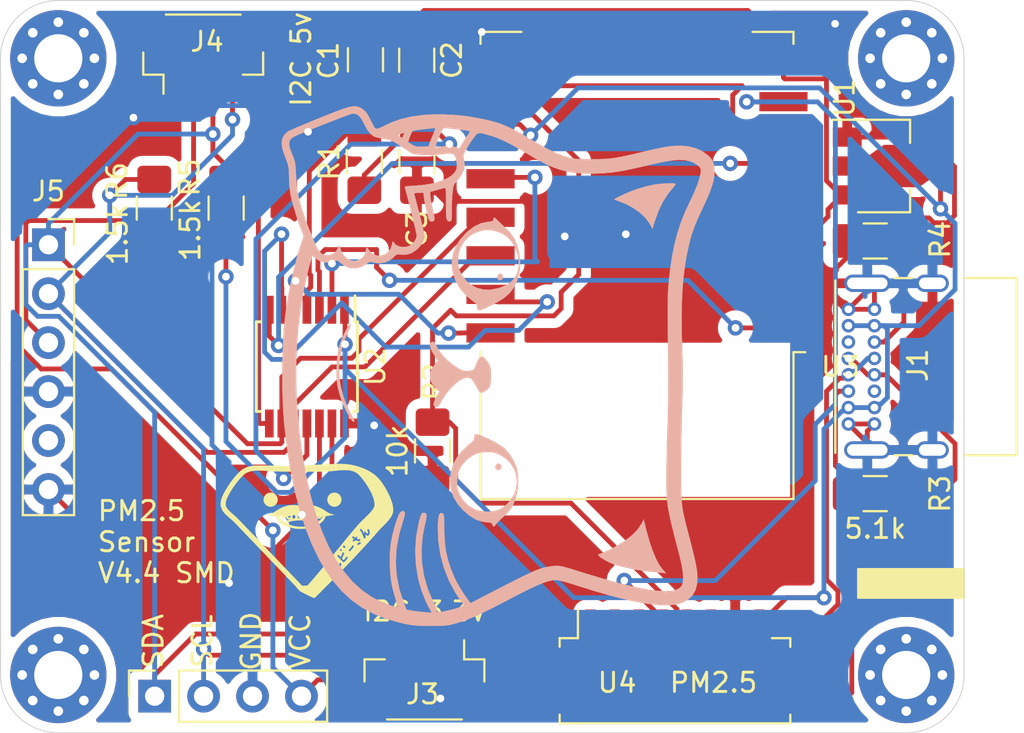
<source format=kicad_pcb>
(kicad_pcb (version 20171130) (host pcbnew "(5.1.5-0-10_14)")
  (title_block (title "PM2.5 / Temp WiFi board") (date 2021-01-16) (rev v04) (comment 2 creativecommons.org/licenses/by/4.0) (comment 3 "License: CC BY 4.0") (comment 4 "Author: Aaron Patterson"))
  (layers (0 F.Cu signal) (31 B.Cu signal) (34 B.Paste user) (35 F.Paste user) (36 B.SilkS user) (37 F.SilkS user) (38 B.Mask user) (39 F.Mask user) (44 Edge.Cuts user))
  (net 0 "")
  (net 1 +5V)
  (net 2 GND)
  (net 3 +3V3)
  (net 4 "Net-(C3-Pad2)")
  (net 5 /D+)
  (net 6 /D-)
  (net 7 /SDA)
  (net 8 /SCL)
  (net 9 "Net-(R1-Pad2)")
  (net 10 /FLASH)
  (net 11 /RST)
  (net 12 "Net-(U2-Pad5)")
  (net 13 "Net-(U2-Pad6)")
  (net 14 "Net-(U3-Pad7)")
  (net 15 "Net-(R2-Pad1)")
  (net 16 "Net-(U2-Pad8)")
  (net 17 "Net-(U2-Pad7)")
  (net 18 /CC1)
  (net 19 /CC2)
  (module artwork:gorby (layer B.Cu) (at 135.86 89.01 90)
    (fp_text reference G*** hide)
    (fp_text value LOGO hide)
  )
  (module artwork:rubysan (layer F.Cu) (at 125.9 97.52)
    (fp_text reference G*** hide)
    (fp_text value LOGO hide)
  )
  (module RF_Module:ESP-12E (layer F.Cu) (at 143.03 83.75 180)
    (fp_text reference U3 (at -10.56 -5.26) (layer F.SilkS))
    (fp_text value ESP-12F)
    (pad 22 smd rect (at 7.6 -3.5 180) (size 2.5 1) (layers F.Cu F.Paste F.Mask) (net 12 "Net-(U2-Pad5)"))
    (pad 21 smd rect (at 7.6 -1.5 180) (size 2.5 1) (layers F.Cu F.Paste F.Mask) (net 13 "Net-(U2-Pad6)"))
    (pad 20 smd rect (at 7.6 0.5 180) (size 2.5 1) (layers F.Cu F.Paste F.Mask) (net 8 /SCL))
    (pad 19 smd rect (at 7.6 2.5 180) (size 2.5 1) (layers F.Cu F.Paste F.Mask) (net 7 /SDA))
    (pad 18 smd rect (at 7.6 4.5 180) (size 2.5 1) (layers F.Cu F.Paste F.Mask) (net 10 /FLASH))
    (pad 17 smd rect (at 7.6 6.5 180) (size 2.5 1) (layers F.Cu F.Paste F.Mask))
    (pad 16 smd rect (at 7.6 8.5 180) (size 2.5 1) (layers F.Cu F.Paste F.Mask) (net 15 "Net-(R2-Pad1)"))
    (pad 15 smd rect (at 7.6 10.5 180) (size 2.5 1) (layers F.Cu F.Paste F.Mask) (net 2 GND))
    (pad 14 smd rect (at 5 12 180) (size 1 1.8) (layers F.Cu F.Paste F.Mask))
    (pad 13 smd rect (at 3 12 180) (size 1 1.8) (layers F.Cu F.Paste F.Mask))
    (pad 12 smd rect (at 1 12 180) (size 1 1.8) (layers F.Cu F.Paste F.Mask))
    (pad 11 smd rect (at -1 12 180) (size 1 1.8) (layers F.Cu F.Paste F.Mask))
    (pad 10 smd rect (at -3 12 180) (size 1 1.8) (layers F.Cu F.Paste F.Mask))
    (pad 9 smd rect (at -5 12 180) (size 1 1.8) (layers F.Cu F.Paste F.Mask))
    (pad 8 smd rect (at -7.6 10.5 180) (size 2.5 1) (layers F.Cu F.Paste F.Mask) (net 3 +3V3))
    (pad 7 smd rect (at -7.6 8.5 180) (size 2.5 1) (layers F.Cu F.Paste F.Mask) (net 14 "Net-(U3-Pad7)"))
    (pad 6 smd rect (at -7.6 6.5 180) (size 2.5 1) (layers F.Cu F.Paste F.Mask) (net 16 "Net-(U2-Pad8)"))
    (pad 5 smd rect (at -7.6 4.5 180) (size 2.5 1) (layers F.Cu F.Paste F.Mask) (net 17 "Net-(U2-Pad7)"))
    (pad 4 smd rect (at -7.6 2.5 180) (size 2.5 1) (layers F.Cu F.Paste F.Mask))
    (pad 3 smd rect (at -7.6 0.5 180) (size 2.5 1) (layers F.Cu F.Paste F.Mask) (net 3 +3V3))
    (pad 2 smd rect (at -7.6 -1.5 180) (size 2.5 1) (layers F.Cu F.Paste F.Mask))
    (pad 1 smd rect (at -7.6 -3.5 180) (size 2.5 1) (layers F.Cu F.Paste F.Mask) (net 11 /RST))
  )
  (module Connector_JST:JST_SH_BM04B-SRSS-TB_1x04-1MP_P1.00mm_Vertical (layer F.Cu) (at 120.52 72.74)
    (fp_text reference J4 (at 0.2 -0.6) (layer F.SilkS))
    (fp_text value "I2C 5v" (at 5.08 0.31 90) (layer F.SilkS))
    (pad MP smd roundrect (at 2.8 -1.2) (size 1.2 1.8) (layers F.Cu F.Paste F.Mask) (roundrect_rratio 0.208333))
    (pad MP smd roundrect (at -2.8 -1.2) (size 1.2 1.8) (layers F.Cu F.Paste F.Mask) (roundrect_rratio 0.208333))
    (pad 4 smd roundrect (at 1.5 1.325) (size 0.6 1.55) (layers F.Cu F.Paste F.Mask) (net 8 /SCL))
    (pad 3 smd roundrect (at 0.5 1.325) (size 0.6 1.55) (layers F.Cu F.Paste F.Mask) (net 7 /SDA))
    (pad 2 smd roundrect (at -0.5 1.325) (size 0.6 1.55) (layers F.Cu F.Paste F.Mask) (net 1 +5V))
    (pad 1 smd roundrect (at -1.5 1.325) (size 0.6 1.55) (layers F.Cu F.Paste F.Mask) (net 2 GND))
  )
  (module MountingHole:MountingHole_2.5mm_Pad_Via (layer F.Cu) (at 157 73)
    (fp_text reference H1)
    (fp_text value MountingHole)
    (pad 1 thru_hole circle (at 0 0) (size 5 5) (drill 2.5) (layers *.Cu *.Mask))
    (pad 1 thru_hole circle (at 1.875 0) (size 0.8 0.8) (drill 0.5) (layers *.Cu *.Mask))
    (pad 1 thru_hole circle (at 1.325825 1.325825) (size 0.8 0.8) (drill 0.5) (layers *.Cu *.Mask))
    (pad 1 thru_hole circle (at 0 1.875) (size 0.8 0.8) (drill 0.5) (layers *.Cu *.Mask))
    (pad 1 thru_hole circle (at -1.325825 1.325825) (size 0.8 0.8) (drill 0.5) (layers *.Cu *.Mask))
    (pad 1 thru_hole circle (at -1.875 0) (size 0.8 0.8) (drill 0.5) (layers *.Cu *.Mask))
    (pad 1 thru_hole circle (at -1.325825 -1.325825) (size 0.8 0.8) (drill 0.5) (layers *.Cu *.Mask))
    (pad 1 thru_hole circle (at 0 -1.875) (size 0.8 0.8) (drill 0.5) (layers *.Cu *.Mask))
    (pad 1 thru_hole circle (at 1.325825 -1.325825) (size 0.8 0.8) (drill 0.5) (layers *.Cu *.Mask))
  )
  (module MountingHole:MountingHole_2.5mm_Pad_Via (layer F.Cu) (at 113 73)
    (fp_text reference H2)
    (fp_text value MountingHole)
    (pad 1 thru_hole circle (at 1.325825 -1.325825) (size 0.8 0.8) (drill 0.5) (layers *.Cu *.Mask))
    (pad 1 thru_hole circle (at 0 -1.875) (size 0.8 0.8) (drill 0.5) (layers *.Cu *.Mask))
    (pad 1 thru_hole circle (at -1.325825 -1.325825) (size 0.8 0.8) (drill 0.5) (layers *.Cu *.Mask))
    (pad 1 thru_hole circle (at -1.875 0) (size 0.8 0.8) (drill 0.5) (layers *.Cu *.Mask))
    (pad 1 thru_hole circle (at -1.325825 1.325825) (size 0.8 0.8) (drill 0.5) (layers *.Cu *.Mask))
    (pad 1 thru_hole circle (at 0 1.875) (size 0.8 0.8) (drill 0.5) (layers *.Cu *.Mask))
    (pad 1 thru_hole circle (at 1.325825 1.325825) (size 0.8 0.8) (drill 0.5) (layers *.Cu *.Mask))
    (pad 1 thru_hole circle (at 1.875 0) (size 0.8 0.8) (drill 0.5) (layers *.Cu *.Mask))
    (pad 1 thru_hole circle (at 0 0) (size 5 5) (drill 2.5) (layers *.Cu *.Mask))
  )
  (module MountingHole:MountingHole_2.5mm_Pad_Via (layer F.Cu) (at 113 105)
    (fp_text reference H3)
    (fp_text value MountingHole)
    (pad 1 thru_hole circle (at 0 0) (size 5 5) (drill 2.5) (layers *.Cu *.Mask))
    (pad 1 thru_hole circle (at 1.875 0) (size 0.8 0.8) (drill 0.5) (layers *.Cu *.Mask))
    (pad 1 thru_hole circle (at 1.325825 1.325825) (size 0.8 0.8) (drill 0.5) (layers *.Cu *.Mask))
    (pad 1 thru_hole circle (at 0 1.875) (size 0.8 0.8) (drill 0.5) (layers *.Cu *.Mask))
    (pad 1 thru_hole circle (at -1.325825 1.325825) (size 0.8 0.8) (drill 0.5) (layers *.Cu *.Mask))
    (pad 1 thru_hole circle (at -1.875 0) (size 0.8 0.8) (drill 0.5) (layers *.Cu *.Mask))
    (pad 1 thru_hole circle (at -1.325825 -1.325825) (size 0.8 0.8) (drill 0.5) (layers *.Cu *.Mask))
    (pad 1 thru_hole circle (at 0 -1.875) (size 0.8 0.8) (drill 0.5) (layers *.Cu *.Mask))
    (pad 1 thru_hole circle (at 1.325825 -1.325825) (size 0.8 0.8) (drill 0.5) (layers *.Cu *.Mask))
  )
  (module MountingHole:MountingHole_2.5mm_Pad_Via (layer F.Cu) (at 157 105)
    (fp_text reference H4)
    (fp_text value MountingHole)
    (pad 1 thru_hole circle (at 1.325825 -1.325825) (size 0.8 0.8) (drill 0.5) (layers *.Cu *.Mask))
    (pad 1 thru_hole circle (at 0 -1.875) (size 0.8 0.8) (drill 0.5) (layers *.Cu *.Mask))
    (pad 1 thru_hole circle (at -1.325825 -1.325825) (size 0.8 0.8) (drill 0.5) (layers *.Cu *.Mask))
    (pad 1 thru_hole circle (at -1.875 0) (size 0.8 0.8) (drill 0.5) (layers *.Cu *.Mask))
    (pad 1 thru_hole circle (at -1.325825 1.325825) (size 0.8 0.8) (drill 0.5) (layers *.Cu *.Mask))
    (pad 1 thru_hole circle (at 0 1.875) (size 0.8 0.8) (drill 0.5) (layers *.Cu *.Mask))
    (pad 1 thru_hole circle (at 1.325825 1.325825) (size 0.8 0.8) (drill 0.5) (layers *.Cu *.Mask))
    (pad 1 thru_hole circle (at 1.875 0) (size 0.8 0.8) (drill 0.5) (layers *.Cu *.Mask))
    (pad 1 thru_hole circle (at 0 0) (size 5 5) (drill 2.5) (layers *.Cu *.Mask))
  )
  (module Connector_USB:USB_C_Receptacle_GCT_USB4085 (layer F.Cu) (at 154 91.975 90)
    (fp_text reference J1 (at 3.045 3.6 90) (layer F.SilkS))
    (fp_text value USB_C_Receptacle_USB2.0)
    (pad A1 thru_hole circle (at 0 0 90) (size 0.7 0.7) (drill 0.4) (layers *.Cu *.Mask) (net 2 GND))
    (pad A4 thru_hole circle (at 0.85 0 90) (size 0.7 0.7) (drill 0.4) (layers *.Cu *.Mask) (net 1 +5V))
    (pad A5 thru_hole circle (at 1.7 0 90) (size 0.7 0.7) (drill 0.4) (layers *.Cu *.Mask) (net 18 /CC1))
    (pad A6 thru_hole circle (at 2.55 0 90) (size 0.7 0.7) (drill 0.4) (layers *.Cu *.Mask) (net 5 /D+))
    (pad A7 thru_hole circle (at 3.4 0 90) (size 0.7 0.7) (drill 0.4) (layers *.Cu *.Mask) (net 6 /D-))
    (pad A8 thru_hole circle (at 4.25 0 90) (size 0.7 0.7) (drill 0.4) (layers *.Cu *.Mask))
    (pad A9 thru_hole circle (at 5.1 0 90) (size 0.7 0.7) (drill 0.4) (layers *.Cu *.Mask) (net 1 +5V))
    (pad A12 thru_hole circle (at 5.95 0 90) (size 0.7 0.7) (drill 0.4) (layers *.Cu *.Mask) (net 2 GND))
    (pad B9 thru_hole circle (at 0.85 1.35 90) (size 0.7 0.7) (drill 0.4) (layers *.Cu *.Mask) (net 1 +5V))
    (pad B7 thru_hole circle (at 2.55 1.35 90) (size 0.7 0.7) (drill 0.4) (layers *.Cu *.Mask) (net 6 /D-))
    (pad B8 thru_hole circle (at 1.7 1.35 90) (size 0.7 0.7) (drill 0.4) (layers *.Cu *.Mask))
    (pad B12 thru_hole circle (at 0 1.35 90) (size 0.7 0.7) (drill 0.4) (layers *.Cu *.Mask) (net 2 GND))
    (pad B5 thru_hole circle (at 4.25 1.35 90) (size 0.7 0.7) (drill 0.4) (layers *.Cu *.Mask) (net 19 /CC2))
    (pad B4 thru_hole circle (at 5.1 1.35 90) (size 0.7 0.7) (drill 0.4) (layers *.Cu *.Mask) (net 1 +5V))
    (pad B1 thru_hole circle (at 5.95 1.35 90) (size 0.7 0.7) (drill 0.4) (layers *.Cu *.Mask) (net 2 GND))
    (pad B6 thru_hole circle (at 3.4 1.35 90) (size 0.7 0.7) (drill 0.4) (layers *.Cu *.Mask) (net 5 /D+))
    (pad S1 thru_hole oval (at -1.35 0.98 90) (size 0.9 2.4) (drill oval 0.6 2.1) (layers *.Cu *.Mask) (net 2 GND))
    (pad S1 thru_hole oval (at 7.3 0.98 90) (size 0.9 2.4) (drill oval 0.6 2.1) (layers *.Cu *.Mask) (net 2 GND))
    (pad S1 thru_hole oval (at -1.35 4.36 90) (size 0.9 1.7) (drill oval 0.6 1.4) (layers *.Cu *.Mask) (net 2 GND))
    (pad S1 thru_hole oval (at 7.3 4.36 90) (size 0.9 1.7) (drill oval 0.6 1.4) (layers *.Cu *.Mask) (net 2 GND))
  )
  (module Connector_PinSocket_2.54mm:PinSocket_1x04_P2.54mm_Vertical (layer F.Cu) (at 118 106.1 90)
    (fp_text reference J2)
    (fp_text value header)
    (pad 1 thru_hole rect (at 0 0 90) (size 1.7 1.7) (drill 1) (layers *.Cu *.Mask) (net 7 /SDA))
    (pad 2 thru_hole oval (at 0 2.54 90) (size 1.7 1.7) (drill 1) (layers *.Cu *.Mask) (net 8 /SCL))
    (pad 3 thru_hole oval (at 0 5.08 90) (size 1.7 1.7) (drill 1) (layers *.Cu *.Mask) (net 2 GND))
    (pad 4 thru_hole oval (at 0 7.62 90) (size 1.7 1.7) (drill 1) (layers *.Cu *.Mask) (net 3 +3V3))
  )
  (module Connector_JST:JST_SH_BM04B-SRSS-TB_1x04-1MP_P1.00mm_Vertical (layer F.Cu) (at 132 105.3 180)
    (fp_text reference J3 (at 0.1 -0.7) (layer F.SilkS))
    (fp_text value "I2C 3.3v")
    (pad 1 smd roundrect (at -1.5 1.325 180) (size 0.6 1.55) (layers F.Cu F.Paste F.Mask) (net 2 GND))
    (pad 2 smd roundrect (at -0.5 1.325 180) (size 0.6 1.55) (layers F.Cu F.Paste F.Mask) (net 3 +3V3))
    (pad 3 smd roundrect (at 0.5 1.325 180) (size 0.6 1.55) (layers F.Cu F.Paste F.Mask) (net 7 /SDA))
    (pad 4 smd roundrect (at 1.5 1.325 180) (size 0.6 1.55) (layers F.Cu F.Paste F.Mask) (net 8 /SCL))
    (pad MP smd roundrect (at -2.8 -1.2 180) (size 1.2 1.8) (layers F.Cu F.Paste F.Mask) (roundrect_rratio 0.208333))
    (pad MP smd roundrect (at 2.8 -1.2 180) (size 1.2 1.8) (layers F.Cu F.Paste F.Mask) (roundrect_rratio 0.208333))
  )
  (module Connector_Molex:Molex_PicoBlade_53261-0871_1x08-1MP_P1.25mm_Horizontal (layer F.Cu) (at 145 104.8)
    (fp_text reference U4 (at -3 0.6) (layer F.SilkS))
    (fp_text value PM2.5 (at 2 0.6) (layer F.SilkS))
    (pad 1 smd roundrect (at -4.375 -2.4) (size 0.8 1.6) (layers F.Cu F.Paste F.Mask))
    (pad 2 smd roundrect (at -3.125 -2.4) (size 0.8 1.6) (layers F.Cu F.Paste F.Mask))
    (pad 3 smd roundrect (at -1.875 -2.4) (size 0.8 1.6) (layers F.Cu F.Paste F.Mask))
    (pad 4 smd roundrect (at -0.625 -2.4) (size 0.8 1.6) (layers F.Cu F.Paste F.Mask) (net 14 "Net-(U3-Pad7)"))
    (pad 5 smd roundrect (at 0.625 -2.4) (size 0.8 1.6) (layers F.Cu F.Paste F.Mask) (net 15 "Net-(R2-Pad1)"))
    (pad 6 smd roundrect (at 1.875 -2.4) (size 0.8 1.6) (layers F.Cu F.Paste F.Mask))
    (pad 7 smd roundrect (at 3.125 -2.4) (size 0.8 1.6) (layers F.Cu F.Paste F.Mask) (net 2 GND))
    (pad 8 smd roundrect (at 4.375 -2.4) (size 0.8 1.6) (layers F.Cu F.Paste F.Mask) (net 1 +5V))
    (pad MP smd roundrect (at -6.925 0.5) (size 2.1 3) (layers F.Cu F.Paste F.Mask) (roundrect_rratio 0.119048))
    (pad MP smd roundrect (at 6.925 0.5) (size 2.1 3) (layers F.Cu F.Paste F.Mask) (roundrect_rratio 0.119048))
  )
  (module Capacitor_SMD:C_1206_3216Metric_Pad1.42x1.75mm_HandSolder (layer F.Cu) (at 128.94 73.08 270)
    (fp_text reference C1 (at 0.04 1.92 90) (layer F.SilkS))
    (fp_text value 100nF)
    (pad 2 smd roundrect (at 1.4875 0 270) (size 1.425 1.75) (layers F.Cu F.Paste F.Mask) (roundrect_rratio 0.175439) (net 2 GND))
    (pad 1 smd roundrect (at -1.4875 0 270) (size 1.425 1.75) (layers F.Cu F.Paste F.Mask) (roundrect_rratio 0.175439) (net 3 +3V3))
  )
  (module Capacitor_SMD:C_1206_3216Metric_Pad1.42x1.75mm_HandSolder (layer F.Cu) (at 131.6 73.1 270)
    (fp_text reference C2 (at 0 -1.82 90) (layer F.SilkS))
    (fp_text value 10uF)
    (pad 1 smd roundrect (at -1.4875 0 270) (size 1.425 1.75) (layers F.Cu F.Paste F.Mask) (roundrect_rratio 0.175439) (net 3 +3V3))
    (pad 2 smd roundrect (at 1.4875 0 270) (size 1.425 1.75) (layers F.Cu F.Paste F.Mask) (roundrect_rratio 0.175439) (net 2 GND))
  )
  (module Capacitor_SMD:C_1206_3216Metric_Pad1.42x1.75mm_HandSolder (layer F.Cu) (at 131.61 78.36 90)
    (fp_text reference C3 (at -3.5 0 90) (layer F.SilkS))
    (fp_text value 47nf)
    (pad 1 smd roundrect (at -1.4875 0 90) (size 1.425 1.75) (layers F.Cu F.Paste F.Mask) (roundrect_rratio 0.175439) (net 2 GND))
    (pad 2 smd roundrect (at 1.4875 0 90) (size 1.425 1.75) (layers F.Cu F.Paste F.Mask) (roundrect_rratio 0.175439) (net 4 "Net-(C3-Pad2)"))
  )
  (module Connector_PinSocket_2.54mm:PinSocket_1x06_P2.54mm_Vertical (layer F.Cu) (at 112.49 82.675)
    (fp_text reference J5 (at 0 -2.77) (layer F.SilkS))
    (fp_text value T6703)
    (pad 1 thru_hole rect (at 0 0) (size 1.7 1.7) (drill 1) (layers *.Cu *.Mask) (net 7 /SDA))
    (pad 2 thru_hole oval (at 0 2.54) (size 1.7 1.7) (drill 1) (layers *.Cu *.Mask) (net 8 /SCL))
    (pad 3 thru_hole oval (at 0 5.08) (size 1.7 1.7) (drill 1) (layers *.Cu *.Mask) (net 1 +5V))
    (pad 4 thru_hole oval (at 0 7.62) (size 1.7 1.7) (drill 1) (layers *.Cu *.Mask) (net 2 GND))
    (pad 5 thru_hole oval (at 0 10.16) (size 1.7 1.7) (drill 1) (layers *.Cu *.Mask))
    (pad 6 thru_hole oval (at 0 12.7) (size 1.7 1.7) (drill 1) (layers *.Cu *.Mask) (net 2 GND))
  )
  (module Resistor_SMD:R_1206_3216Metric_Pad1.42x1.75mm_HandSolder (layer F.Cu) (at 128.88 78.36 90)
    (fp_text reference R1 (at 0 -1.82 90) (layer F.SilkS))
    (fp_text value 10k)
    (pad 1 smd roundrect (at -1.4875 0 90) (size 1.425 1.75) (layers F.Cu F.Paste F.Mask) (roundrect_rratio 0.175439) (net 1 +5V))
    (pad 2 smd roundrect (at 1.4875 0 90) (size 1.425 1.75) (layers F.Cu F.Paste F.Mask) (roundrect_rratio 0.175439) (net 9 "Net-(R1-Pad2)"))
  )
  (module Resistor_SMD:R_1206_3216Metric_Pad1.42x1.75mm_HandSolder (layer F.Cu) (at 132.42 93.37 270)
    (fp_text reference R2 (at -3.58 -0.05 90) (layer F.SilkS))
    (fp_text value 10k (at 0 1.82 90) (layer F.SilkS))
    (pad 2 smd roundrect (at 1.4875 0 270) (size 1.425 1.75) (layers F.Cu F.Paste F.Mask) (roundrect_rratio 0.175439) (net 2 GND))
    (pad 1 smd roundrect (at -1.4875 0 270) (size 1.425 1.75) (layers F.Cu F.Paste F.Mask) (roundrect_rratio 0.175439) (net 15 "Net-(R2-Pad1)"))
  )
  (module Resistor_SMD:R_1206_3216Metric_Pad1.42x1.75mm_HandSolder (layer F.Cu) (at 155.39 95.59)
    (fp_text reference R3 (at 3.37 0.01 90) (layer F.SilkS))
    (fp_text value 5.1k (at 0 1.82) (layer F.SilkS))
    (pad 1 smd roundrect (at -1.4875 0) (size 1.425 1.75) (layers F.Cu F.Paste F.Mask) (roundrect_rratio 0.175439) (net 18 /CC1))
    (pad 2 smd roundrect (at 1.4875 0) (size 1.425 1.75) (layers F.Cu F.Paste F.Mask) (roundrect_rratio 0.175439) (net 2 GND))
  )
  (module Resistor_SMD:R_1206_3216Metric_Pad1.42x1.75mm_HandSolder (layer F.Cu) (at 155.39 82.48 180)
    (fp_text reference R4 (at -3.37 0.07 90) (layer F.SilkS))
    (fp_text value 5.1k)
    (pad 2 smd roundrect (at 1.4875 0 180) (size 1.425 1.75) (layers F.Cu F.Paste F.Mask) (roundrect_rratio 0.175439) (net 2 GND))
    (pad 1 smd roundrect (at -1.4875 0 180) (size 1.425 1.75) (layers F.Cu F.Paste F.Mask) (roundrect_rratio 0.175439) (net 19 /CC2))
  )
  (module Resistor_SMD:R_1206_3216Metric_Pad1.42x1.75mm_HandSolder (layer F.Cu) (at 121.71 80.775 90)
    (fp_text reference R5 (at 1.59 -1.9 90) (layer F.SilkS))
    (fp_text value 1.5k (at -1.15 -1.86 90) (layer F.SilkS))
    (pad 1 smd roundrect (at -1.4875 0 90) (size 1.425 1.75) (layers F.Cu F.Paste F.Mask) (roundrect_rratio 0.175439) (net 1 +5V))
    (pad 2 smd roundrect (at 1.4875 0 90) (size 1.425 1.75) (layers F.Cu F.Paste F.Mask) (roundrect_rratio 0.175439) (net 7 /SDA))
  )
  (module Resistor_SMD:R_1206_3216Metric_Pad1.42x1.75mm_HandSolder (layer F.Cu) (at 117.98 80.775 90)
    (fp_text reference R6 (at 1.41 -1.93 90) (layer F.SilkS))
    (fp_text value 1.5k (at -1.36 -1.9 90) (layer F.SilkS))
    (pad 2 smd roundrect (at 1.4875 0 90) (size 1.425 1.75) (layers F.Cu F.Paste F.Mask) (roundrect_rratio 0.175439) (net 8 /SCL))
    (pad 1 smd roundrect (at -1.4875 0 90) (size 1.425 1.75) (layers F.Cu F.Paste F.Mask) (roundrect_rratio 0.175439) (net 1 +5V))
  )
  (module Package_TO_SOT_SMD:SOT-89-3 (layer F.Cu) (at 155.42 78.59)
    (fp_text reference U1 (at -1.62 -3.55 270) (layer F.SilkS))
    (fp_text value MCP1700-3302E_SOT89)
    (pad 2 smd trapezoid (at 2.667 0 270) (size 1.6 0.85) (rect_delta 0 0.6) (layers F.Cu F.Paste F.Mask) (net 1 +5V))
    (pad 1 smd rect (at -1.48 -1.5 270) (size 1 1.5) (layers F.Cu F.Paste F.Mask) (net 2 GND))
    (pad 2 smd rect (at -1.3335 0 270) (size 1 1.8) (layers F.Cu F.Paste F.Mask) (net 1 +5V))
    (pad 3 smd rect (at -1.48 1.5 270) (size 1 1.5) (layers F.Cu F.Paste F.Mask) (net 3 +3V3))
    (pad 2 smd rect (at 1.3335 0 270) (size 2.2 1.84) (layers F.Cu F.Paste F.Mask) (net 1 +5V))
    (pad 2 smd trapezoid (at -0.0762 0 90) (size 1.5 1) (rect_delta 0 0.7) (layers F.Cu F.Paste F.Mask) (net 1 +5V))
  )
  (module Package_SO:TSSOP-14_4.4x5mm_P0.65mm (layer F.Cu) (at 125.9 89 270)
    (fp_text reference U2 (at 0 -3.55 90) (layer F.SilkS))
    (fp_text value MCP2221AxST)
    (pad 1 smd rect (at -2.95 -1.95 270) (size 1.45 0.45) (layers F.Cu F.Paste F.Mask) (net 1 +5V))
    (pad 2 smd rect (at -2.95 -1.3 270) (size 1.45 0.45) (layers F.Cu F.Paste F.Mask) (net 10 /FLASH))
    (pad 3 smd rect (at -2.95 -0.65 270) (size 1.45 0.45) (layers F.Cu F.Paste F.Mask) (net 11 /RST))
    (pad 4 smd rect (at -2.95 0 270) (size 1.45 0.45) (layers F.Cu F.Paste F.Mask) (net 9 "Net-(R1-Pad2)"))
    (pad 5 smd rect (at -2.95 0.65 270) (size 1.45 0.45) (layers F.Cu F.Paste F.Mask) (net 12 "Net-(U2-Pad5)"))
    (pad 6 smd rect (at -2.95 1.3 270) (size 1.45 0.45) (layers F.Cu F.Paste F.Mask) (net 13 "Net-(U2-Pad6)"))
    (pad 7 smd rect (at -2.95 1.95 270) (size 1.45 0.45) (layers F.Cu F.Paste F.Mask) (net 17 "Net-(U2-Pad7)"))
    (pad 8 smd rect (at 2.95 1.95 270) (size 1.45 0.45) (layers F.Cu F.Paste F.Mask) (net 16 "Net-(U2-Pad8)"))
    (pad 9 smd rect (at 2.95 1.3 270) (size 1.45 0.45) (layers F.Cu F.Paste F.Mask) (net 7 /SDA))
    (pad 10 smd rect (at 2.95 0.65 270) (size 1.45 0.45) (layers F.Cu F.Paste F.Mask) (net 8 /SCL))
    (pad 11 smd rect (at 2.95 0 270) (size 1.45 0.45) (layers F.Cu F.Paste F.Mask) (net 4 "Net-(C3-Pad2)"))
    (pad 12 smd rect (at 2.95 -0.65 270) (size 1.45 0.45) (layers F.Cu F.Paste F.Mask) (net 6 /D-))
    (pad 13 smd rect (at 2.95 -1.3 270) (size 1.45 0.45) (layers F.Cu F.Paste F.Mask) (net 5 /D+))
    (pad 14 smd rect (at 2.95 -1.95 270) (size 1.45 0.45) (layers F.Cu F.Paste F.Mask) (net 2 GND))
  )
  (gr_poly (pts (xy 160 101) (xy 154.5 101) (xy 154.5 99.5) (xy 160 99.5)) (layer F.SilkS) (width 0.1))
  (gr_text "I2C 3.3v" (at 132 101.7) (layer F.SilkS) (effects (font (size 1 1))))
  (gr_text "PM2.5\nSensor\nV4.4 SMD" (at 114.96 98.1) (layer F.SilkS) (effects (font (size 1 1)) (justify left)))
  (gr_text VCC (at 125.5525 104.77381 90) (layer F.SilkS) (effects (font (size 1 1)) (justify left)))
  (gr_text GND (at 123.0125 104.869048 90) (layer F.SilkS) (effects (font (size 1 1)) (justify left)))
  (gr_text SCL (at 120.4725 104.726191 90) (layer F.SilkS) (effects (font (size 1 1)) (justify left)))
  (gr_text SDA (at 117.9325 104.75 90) (layer F.SilkS) (effects (font (size 1 1)) (justify left)))
  (gr_line (start 113 108) (end 157 108) (layer Edge.Cuts) (width 0.05))
  (gr_line (start 110 73) (end 110 105) (layer Edge.Cuts) (width 0.05))
  (gr_line (start 157 70) (end 113 70) (layer Edge.Cuts) (width 0.05))
  (gr_line (start 160 105) (end 160 73) (layer Edge.Cuts) (width 0.05))
  (gr_arc (start 113 73) (end 113 70) (angle -90) (layer Edge.Cuts) (width 0.05))
  (gr_arc (start 113 105) (end 110 105) (angle -90) (layer Edge.Cuts) (width 0.05))
  (gr_arc (start 157 105) (end 157 108) (angle -90) (layer Edge.Cuts) (width 0.05))
  (gr_arc (start 157 73) (end 160 73) (angle -90) (layer Edge.Cuts) (width 0.05))
  (segment (start 159.53501 84.996019) (end 159.53501 81.56501) (width 0.25) (layer B.Cu) (net 1))
  (segment (start 157.656029 86.875) (end 159.53501 84.996019) (width 0.25) (layer B.Cu) (net 1))
  (segment (start 155.35 86.875) (end 157.656029 86.875) (width 0.25) (layer B.Cu) (net 1))
  (segment (start 159.53501 81.56501) (end 158.78 80.81) (width 0.25) (layer B.Cu) (net 1))
  (segment (start 158.78 80.81) (end 158.78 80.81) (width 0.25) (layer B.Cu) (net 1))
  (via (at 158.78 80.81) (size 0.8) (drill 0.4) (layers F.Cu B.Cu) (net 1))
  (segment (start 158.78 79.283) (end 158.087 78.59) (width 0.25) (layer F.Cu) (net 1))
  (segment (start 158.78 80.81) (end 158.78 79.283) (width 0.25) (layer F.Cu) (net 1))
  (segment (start 155.35 91.125) (end 154 91.125) (width 0.25) (layer B.Cu) (net 1))
  (segment (start 156.025001 87.055027) (end 155.844974 86.875) (width 0.25) (layer B.Cu) (net 1))
  (segment (start 156.025001 90.599001) (end 156.025001 87.055027) (width 0.25) (layer B.Cu) (net 1))
  (segment (start 155.674001 90.950001) (end 156.025001 90.599001) (width 0.25) (layer B.Cu) (net 1))
  (segment (start 155.469999 90.950001) (end 155.674001 90.950001) (width 0.25) (layer B.Cu) (net 1))
  (segment (start 155.844974 86.875) (end 155.35 86.875) (width 0.25) (layer B.Cu) (net 1))
  (segment (start 155.35 91.07) (end 155.469999 90.950001) (width 0.25) (layer B.Cu) (net 1))
  (segment (start 155.35 91.125) (end 155.35 91.07) (width 0.25) (layer B.Cu) (net 1))
  (segment (start 155.35 86.875) (end 154 86.875) (width 0.25) (layer B.Cu) (net 1))
  (segment (start 153.930001 91.299999) (end 153.675999 91.299999) (width 0.25) (layer B.Cu) (net 1))
  (segment (start 153.675999 91.299999) (end 152.73 92.245998) (width 0.25) (layer B.Cu) (net 1))
  (segment (start 154 91.23) (end 153.930001 91.299999) (width 0.25) (layer B.Cu) (net 1))
  (segment (start 154 91.125) (end 154 91.23) (width 0.25) (layer B.Cu) (net 1))
  (segment (start 152.73 92.245998) (end 152.73 100.99) (width 0.25) (layer B.Cu) (net 1))
  (segment (start 152.73 100.99) (end 152.73 100.99) (width 0.25) (layer B.Cu) (net 1))
  (via (at 152.73 100.99) (size 0.8) (drill 0.4) (layers F.Cu B.Cu) (net 1))
  (segment (start 150.785 100.99) (end 149.375 102.4) (width 0.25) (layer F.Cu) (net 1))
  (segment (start 152.73 100.99) (end 150.785 100.99) (width 0.25) (layer F.Cu) (net 1))
  (segment (start 139.746992 100.99) (end 127.88 89.123008) (width 0.25) (layer B.Cu) (net 1))
  (segment (start 152.73 100.99) (end 139.746992 100.99) (width 0.25) (layer B.Cu) (net 1))
  (segment (start 127.88 89.123008) (end 127.88 87.84) (width 0.25) (layer B.Cu) (net 1))
  (segment (start 127.88 87.84) (end 127.88 87.84) (width 0.25) (layer B.Cu) (net 1))
  (via (at 127.88 87.84) (size 0.8) (drill 0.4) (layers F.Cu B.Cu) (net 1))
  (segment (start 127.88 86.08) (end 127.85 86.05) (width 0.25) (layer F.Cu) (net 1))
  (segment (start 127.88 87.84) (end 127.88 86.08) (width 0.25) (layer F.Cu) (net 1))
  (segment (start 117.849991 81.419991) (end 117.98 81.55) (width 0.25) (layer F.Cu) (net 1))
  (segment (start 111.460007 81.419991) (end 117.849991 81.419991) (width 0.25) (layer F.Cu) (net 1))
  (segment (start 111.314999 81.564999) (end 111.460007 81.419991) (width 0.25) (layer F.Cu) (net 1))
  (segment (start 111.314999 86.579999) (end 111.314999 81.564999) (width 0.25) (layer F.Cu) (net 1))
  (segment (start 112.49 87.755) (end 111.314999 86.579999) (width 0.25) (layer F.Cu) (net 1))
  (segment (start 117.98 82.2625) (end 121.71 82.2625) (width 0.25) (layer F.Cu) (net 1))
  (segment (start 122.585 82.2625) (end 121.71 82.2625) (width 0.25) (layer F.Cu) (net 1))
  (segment (start 120.02 74.84) (end 120.02 74.065) (width 0.25) (layer F.Cu) (net 1))
  (segment (start 117.98 81.55) (end 120.02 79.51) (width 0.25) (layer F.Cu) (net 1))
  (segment (start 120.02 79.51) (end 120.02 74.84) (width 0.25) (layer F.Cu) (net 1))
  (segment (start 117.98 82.2625) (end 117.98 81.55) (width 0.25) (layer F.Cu) (net 1))
  (segment (start 124.341999 95.525001) (end 121.7 92.883002) (width 0.25) (layer B.Cu) (net 1))
  (segment (start 125.038001 95.525001) (end 124.341999 95.525001) (width 0.25) (layer B.Cu) (net 1))
  (segment (start 127.88 92.683002) (end 125.038001 95.525001) (width 0.25) (layer B.Cu) (net 1))
  (segment (start 127.88 87.84) (end 127.88 92.683002) (width 0.25) (layer B.Cu) (net 1))
  (segment (start 121.7 92.883002) (end 121.7 84.33) (width 0.25) (layer B.Cu) (net 1))
  (segment (start 121.7 84.33) (end 121.7 84.33) (width 0.25) (layer B.Cu) (net 1))
  (via (at 121.7 84.33) (size 0.8) (drill 0.4) (layers F.Cu B.Cu) (net 1))
  (segment (start 121.7 82.2725) (end 121.71 82.2625) (width 0.25) (layer F.Cu) (net 1))
  (segment (start 121.7 84.33) (end 121.7 82.2725) (width 0.25) (layer F.Cu) (net 1))
  (segment (start 134.269997 76.424999) (end 136.940001 76.424999) (width 0.25) (layer F.Cu) (net 1))
  (segment (start 133.679988 75.83499) (end 134.269997 76.424999) (width 0.25) (layer F.Cu) (net 1))
  (segment (start 128.88 79.05) (end 130.40999 77.52001) (width 0.25) (layer F.Cu) (net 1))
  (segment (start 130.74682 75.83499) (end 133.679988 75.83499) (width 0.25) (layer F.Cu) (net 1))
  (segment (start 130.40999 76.17182) (end 130.74682 75.83499) (width 0.25) (layer F.Cu) (net 1))
  (segment (start 136.940001 76.424999) (end 137.51 76.994998) (width 0.25) (layer F.Cu) (net 1))
  (segment (start 130.40999 77.52001) (end 130.40999 76.17182) (width 0.25) (layer F.Cu) (net 1))
  (segment (start 128.88 79.8475) (end 128.88 79.05) (width 0.25) (layer F.Cu) (net 1))
  (segment (start 137.51 76.994998) (end 137.51 76.994998) (width 0.25) (layer F.Cu) (net 1))
  (via (at 137.51 76.994998) (size 0.8) (drill 0.4) (layers F.Cu B.Cu) (net 1))
  (segment (start 139.969999 74.534999) (end 152.504999 74.534999) (width 0.25) (layer B.Cu) (net 1))
  (segment (start 158.380001 80.410001) (end 158.78 80.81) (width 0.25) (layer B.Cu) (net 1))
  (segment (start 152.504999 74.534999) (end 158.380001 80.410001) (width 0.25) (layer B.Cu) (net 1))
  (segment (start 137.51 76.994998) (end 139.969999 74.534999) (width 0.25) (layer B.Cu) (net 1))
  (segment (start 154.0865 78.59) (end 158.087 78.59) (width 0.25) (layer F.Cu) (net 1))
  (segment (start 155.35 91.975) (end 154 91.975) (width 0.25) (layer F.Cu) (net 2))
  (segment (start 155.35 86.025) (end 154 86.025) (width 0.25) (layer F.Cu) (net 2))
  (segment (start 128.96 74.5875) (end 128.94 74.5675) (width 0.25) (layer F.Cu) (net 2))
  (segment (start 131.6 74.5875) (end 128.96 74.5875) (width 0.25) (layer F.Cu) (net 2))
  (segment (start 128.065 74.5675) (end 125.96 76.6725) (width 0.25) (layer F.Cu) (net 2))
  (segment (start 128.94 74.5675) (end 128.065 74.5675) (width 0.25) (layer F.Cu) (net 2))
  (segment (start 125.96 76.6725) (end 125.96 76.81) (width 0.25) (layer F.Cu) (net 2))
  (segment (start 125.96 76.81) (end 125.96 77.18) (width 0.25) (layer F.Cu) (net 2))
  (via (at 125.96 76.81) (size 0.8) (drill 0.4) (layers F.Cu B.Cu) (net 2))
  (segment (start 125.96 76.81) (end 129.8 76.81) (width 0.25) (layer B.Cu) (net 2))
  (segment (start 129.8 76.81) (end 134.975 71.635) (width 0.25) (layer B.Cu) (net 2))
  (segment (start 134.975 71.635) (end 135.08 71.53) (width 0.25) (layer B.Cu) (net 2))
  (via (at 134.975 71.635) (size 0.8) (drill 0.4) (layers F.Cu B.Cu) (net 2))
  (segment (start 134.975 72.795) (end 135.43 73.25) (width 0.25) (layer F.Cu) (net 2))
  (segment (start 134.975 71.635) (end 134.975 72.795) (width 0.25) (layer F.Cu) (net 2))
  (segment (start 131.61 79.8475) (end 131.61 79.135) (width 0.25) (layer F.Cu) (net 2))
  (segment (start 124.604999 75.454999) (end 117.525001 75.454999) (width 0.25) (layer B.Cu) (net 2))
  (segment (start 125.96 76.81) (end 124.604999 75.454999) (width 0.25) (layer B.Cu) (net 2))
  (segment (start 117.525001 75.454999) (end 116.9 76.08) (width 0.25) (layer B.Cu) (net 2))
  (segment (start 116.9 76.08) (end 116.9 76.08) (width 0.25) (layer B.Cu) (net 2))
  (via (at 116.9 76.08) (size 0.8) (drill 0.4) (layers F.Cu B.Cu) (net 2))
  (segment (start 118.915 74.065) (end 119.02 74.065) (width 0.25) (layer F.Cu) (net 2))
  (segment (start 116.9 76.08) (end 118.915 74.065) (width 0.25) (layer F.Cu) (net 2))
  (segment (start 120.974999 81.795001) (end 120.974999 93.063589) (width 0.25) (layer B.Cu) (net 2))
  (segment (start 120.974999 93.063589) (end 121.86 93.94859) (width 0.25) (layer B.Cu) (net 2))
  (segment (start 125.96 76.81) (end 120.974999 81.795001) (width 0.25) (layer B.Cu) (net 2))
  (segment (start 121.86 93.94859) (end 121.86 100.23) (width 0.25) (layer B.Cu) (net 2))
  (segment (start 121.86 100.23) (end 121.86 100.23) (width 0.25) (layer B.Cu) (net 2))
  (via (at 121.86 100.23) (size 0.8) (drill 0.4) (layers F.Cu B.Cu) (net 2))
  (segment (start 117.345 100.23) (end 112.49 95.375) (width 0.25) (layer F.Cu) (net 2))
  (segment (start 121.86 100.23) (end 117.345 100.23) (width 0.25) (layer F.Cu) (net 2))
  (segment (start 122.473002 100.23) (end 125.64 97.063002) (width 0.25) (layer F.Cu) (net 2))
  (segment (start 121.86 100.23) (end 122.473002 100.23) (width 0.25) (layer F.Cu) (net 2))
  (segment (start 125.64 97.063002) (end 125.64 96.69) (width 0.25) (layer F.Cu) (net 2))
  (segment (start 125.64 96.69) (end 125.64 96.69) (width 0.25) (layer F.Cu) (net 2))
  (via (at 125.64 96.69) (size 0.8) (drill 0.4) (layers F.Cu B.Cu) (net 2))
  (segment (start 125.64 96.69) (end 125.64 99.03) (width 0.25) (layer B.Cu) (net 2))
  (segment (start 125.64 99.03) (end 132.83 106.22) (width 0.25) (layer B.Cu) (net 2))
  (segment (start 132.83 106.22) (end 132.83 106.22) (width 0.25) (layer B.Cu) (net 2))
  (via (at 132.83 106.22) (size 0.8) (drill 0.4) (layers F.Cu B.Cu) (net 2))
  (segment (start 133.5 105.55) (end 133.5 103.975) (width 0.25) (layer F.Cu) (net 2))
  (segment (start 132.83 106.22) (end 133.5 105.55) (width 0.25) (layer F.Cu) (net 2))
  (segment (start 137.156363 80.424999) (end 138.971364 82.24) (width 0.25) (layer F.Cu) (net 2))
  (segment (start 133.062499 80.424999) (end 137.156363 80.424999) (width 0.25) (layer F.Cu) (net 2))
  (segment (start 132.485 79.8475) (end 133.062499 80.424999) (width 0.25) (layer F.Cu) (net 2))
  (segment (start 131.61 79.8475) (end 132.485 79.8475) (width 0.25) (layer F.Cu) (net 2))
  (segment (start 138.971364 82.24) (end 139.28 82.24) (width 0.25) (layer F.Cu) (net 2))
  (segment (start 139.28 82.24) (end 139.38 82.24) (width 0.25) (layer F.Cu) (net 2))
  (via (at 139.28 82.24) (size 0.8) (drill 0.4) (layers F.Cu B.Cu) (net 2))
  (segment (start 154.94 77.09) (end 153.94 77.09) (width 0.25) (layer F.Cu) (net 2))
  (segment (start 159.505001 81.158001) (end 159.505001 78.623365) (width 0.25) (layer F.Cu) (net 2))
  (segment (start 159.128001 81.535001) (end 159.505001 81.158001) (width 0.25) (layer F.Cu) (net 2))
  (segment (start 159.505001 78.623365) (end 157.971636 77.09) (width 0.25) (layer F.Cu) (net 2))
  (segment (start 158.431999 81.535001) (end 159.128001 81.535001) (width 0.25) (layer F.Cu) (net 2))
  (segment (start 158.176988 81.27999) (end 158.431999 81.535001) (width 0.25) (layer F.Cu) (net 2))
  (segment (start 156.17682 81.27999) (end 158.176988 81.27999) (width 0.25) (layer F.Cu) (net 2))
  (segment (start 154.97681 82.48) (end 156.17682 81.27999) (width 0.25) (layer F.Cu) (net 2))
  (segment (start 157.971636 77.09) (end 154.94 77.09) (width 0.25) (layer F.Cu) (net 2))
  (segment (start 153.9025 82.48) (end 154.97681 82.48) (width 0.25) (layer F.Cu) (net 2))
  (segment (start 153.182499 84.075001) (end 144.395001 84.075001) (width 0.25) (layer F.Cu) (net 2))
  (segment (start 153.9025 83.355) (end 153.182499 84.075001) (width 0.25) (layer F.Cu) (net 2))
  (segment (start 153.9025 82.48) (end 153.9025 83.355) (width 0.25) (layer F.Cu) (net 2))
  (segment (start 144.395001 84.075001) (end 142.45 82.13) (width 0.25) (layer F.Cu) (net 2))
  (segment (start 142.45 82.13) (end 142.45 82.13) (width 0.25) (layer F.Cu) (net 2))
  (via (at 142.45 82.13) (size 0.8) (drill 0.4) (layers F.Cu B.Cu) (net 2))
  (segment (start 139.39 82.13) (end 139.28 82.24) (width 0.25) (layer B.Cu) (net 2))
  (segment (start 142.45 82.13) (end 139.39 82.13) (width 0.25) (layer B.Cu) (net 2))
  (via (at 129.39 92.05) (size 0.8) (drill 0.4) (layers F.Cu B.Cu) (net 2))
  (segment (start 129.29 91.95) (end 129.39 92.05) (width 0.25) (layer F.Cu) (net 2))
  (segment (start 127.85 91.95) (end 129.29 91.95) (width 0.25) (layer F.Cu) (net 2))
  (segment (start 155.35 85.045) (end 154.98 84.675) (width 0.25) (layer F.Cu) (net 2))
  (segment (start 155.35 86.025) (end 155.35 85.045) (width 0.25) (layer F.Cu) (net 2))
  (segment (start 154.98 92.345) (end 155.35 91.975) (width 0.25) (layer F.Cu) (net 2))
  (segment (start 154.98 93.325) (end 154.98 92.345) (width 0.25) (layer F.Cu) (net 2))
  (segment (start 154.98 92.955) (end 154 91.975) (width 0.25) (layer F.Cu) (net 2))
  (segment (start 154.98 93.325) (end 154.98 92.955) (width 0.25) (layer F.Cu) (net 2))
  (segment (start 154.98 85.045) (end 154 86.025) (width 0.25) (layer F.Cu) (net 2))
  (segment (start 154.98 84.675) (end 154.98 85.045) (width 0.25) (layer F.Cu) (net 2))
  (via (at 153.31 71.21) (size 0.8) (drill 0.4) (layers F.Cu B.Cu) (net 2))
  (segment (start 150.905001 83.25) (end 150.63 83.25) (width 0.25) (layer F.Cu) (net 3))
  (segment (start 152.94 80.84) (end 152.94 81.215001) (width 0.25) (layer F.Cu) (net 3))
  (segment (start 152.94 81.215001) (end 150.905001 83.25) (width 0.25) (layer F.Cu) (net 3))
  (segment (start 153.69 80.09) (end 152.94 80.84) (width 0.25) (layer F.Cu) (net 3))
  (segment (start 153.94 80.09) (end 153.69 80.09) (width 0.25) (layer F.Cu) (net 3))
  (segment (start 152.861499 79.350001) (end 152.861499 74.068501) (width 0.25) (layer F.Cu) (net 3))
  (segment (start 153.601498 80.09) (end 152.861499 79.350001) (width 0.25) (layer F.Cu) (net 3))
  (segment (start 153.94 80.09) (end 153.601498 80.09) (width 0.25) (layer F.Cu) (net 3))
  (segment (start 150.63 74) (end 150.63 73.25) (width 0.25) (layer F.Cu) (net 3))
  (segment (start 150.698501 74.068501) (end 150.63 74) (width 0.25) (layer F.Cu) (net 3))
  (segment (start 152.861499 74.068501) (end 150.698501 74.068501) (width 0.25) (layer F.Cu) (net 3))
  (segment (start 132.5 104.75) (end 132.5 103.975) (width 0.25) (layer F.Cu) (net 3))
  (segment (start 131.999999 105.250001) (end 132.5 104.75) (width 0.25) (layer F.Cu) (net 3))
  (segment (start 126.469999 105.250001) (end 131.999999 105.250001) (width 0.25) (layer F.Cu) (net 3))
  (segment (start 125.62 106.1) (end 126.469999 105.250001) (width 0.25) (layer F.Cu) (net 3))
  (segment (start 131.6 70.9) (end 131.6 71.6125) (width 0.25) (layer F.Cu) (net 3))
  (segment (start 148.785002 70.52) (end 131.98 70.52) (width 0.25) (layer F.Cu) (net 3))
  (segment (start 131.98 70.52) (end 131.6 70.9) (width 0.25) (layer F.Cu) (net 3))
  (segment (start 150.63 72.364998) (end 148.785002 70.52) (width 0.25) (layer F.Cu) (net 3))
  (segment (start 150.63 73.25) (end 150.63 72.364998) (width 0.25) (layer F.Cu) (net 3))
  (segment (start 128.96 71.6125) (end 128.94 71.5925) (width 0.25) (layer F.Cu) (net 3))
  (segment (start 131.6 71.6125) (end 128.96 71.6125) (width 0.25) (layer F.Cu) (net 3))
  (segment (start 115.758589 89.119999) (end 124.134295 97.495705) (width 0.25) (layer F.Cu) (net 3))
  (segment (start 110.864989 80.773243) (end 110.864989 87.868991) (width 0.25) (layer F.Cu) (net 3))
  (segment (start 128.28001 72.96499) (end 118.673242 72.96499) (width 0.25) (layer F.Cu) (net 3))
  (segment (start 112.115997 89.119999) (end 115.758589 89.119999) (width 0.25) (layer F.Cu) (net 3))
  (segment (start 110.864989 87.868991) (end 112.115997 89.119999) (width 0.25) (layer F.Cu) (net 3))
  (segment (start 128.94 72.305) (end 128.28001 72.96499) (width 0.25) (layer F.Cu) (net 3))
  (segment (start 118.673242 72.96499) (end 110.864989 80.773243) (width 0.25) (layer F.Cu) (net 3))
  (segment (start 128.94 71.5925) (end 128.94 72.305) (width 0.25) (layer F.Cu) (net 3))
  (segment (start 124.134295 97.495705) (end 124.13859 97.5) (width 0.25) (layer F.Cu) (net 3))
  (via (at 124.134295 97.495705) (size 0.8) (drill 0.4) (layers F.Cu B.Cu) (net 3))
  (segment (start 124.134295 104.614295) (end 125.62 106.1) (width 0.25) (layer B.Cu) (net 3))
  (segment (start 124.134295 97.495705) (end 124.134295 104.614295) (width 0.25) (layer B.Cu) (net 3))
  (segment (start 133.295 77.45) (end 133.295 77.45) (width 0.25) (layer F.Cu) (net 4))
  (via (at 133.295 77.45) (size 0.8) (drill 0.4) (layers F.Cu B.Cu) (net 4))
  (segment (start 123.254989 82.382009) (end 123.254989 93.364989) (width 0.25) (layer B.Cu) (net 4))
  (segment (start 128.186998 77.45) (end 123.254989 82.382009) (width 0.25) (layer B.Cu) (net 4))
  (segment (start 133.295 77.45) (end 128.186998 77.45) (width 0.25) (layer B.Cu) (net 4))
  (segment (start 123.254989 93.364989) (end 124.69 94.8) (width 0.25) (layer B.Cu) (net 4))
  (segment (start 124.69 94.8) (end 124.69 94.8) (width 0.25) (layer B.Cu) (net 4))
  (via (at 124.69 94.8) (size 0.8) (drill 0.4) (layers F.Cu B.Cu) (net 4))
  (segment (start 125.9 93.59) (end 125.9 91.95) (width 0.25) (layer F.Cu) (net 4))
  (segment (start 124.69 94.8) (end 125.9 93.59) (width 0.25) (layer F.Cu) (net 4))
  (segment (start 132.7175 76.8725) (end 133.295 77.45) (width 0.25) (layer F.Cu) (net 4))
  (segment (start 131.61 76.8725) (end 132.7175 76.8725) (width 0.25) (layer F.Cu) (net 4))
  (segment (start 154.174999 89.250001) (end 154 89.425) (width 0.25) (layer B.Cu) (net 5))
  (segment (start 154.324001 89.250001) (end 154.174999 89.250001) (width 0.25) (layer B.Cu) (net 5))
  (segment (start 154.999002 88.575) (end 154.324001 89.250001) (width 0.25) (layer B.Cu) (net 5))
  (segment (start 155.35 88.575) (end 154.999002 88.575) (width 0.25) (layer B.Cu) (net 5))
  (segment (start 139.16819 103.53) (end 137.78819 102.15) (width 0.25) (layer F.Cu) (net 5))
  (segment (start 149.787478 103.53) (end 139.16819 103.53) (width 0.25) (layer F.Cu) (net 5))
  (segment (start 151.543002 103.25) (end 150.067478 103.25) (width 0.25) (layer F.Cu) (net 5))
  (segment (start 150.067478 103.25) (end 149.787478 103.53) (width 0.25) (layer F.Cu) (net 5))
  (segment (start 152.86499 90.278626) (end 152.86499 100.051988) (width 0.25) (layer F.Cu) (net 5))
  (segment (start 153.455001 100.641999) (end 153.455001 101.338001) (width 0.25) (layer F.Cu) (net 5))
  (segment (start 154 89.425) (end 154 89.59) (width 0.25) (layer F.Cu) (net 5))
  (segment (start 153.990001 89.599999) (end 153.543617 89.599999) (width 0.25) (layer F.Cu) (net 5))
  (segment (start 152.86499 100.051988) (end 153.455001 100.641999) (width 0.25) (layer F.Cu) (net 5))
  (segment (start 153.543617 89.599999) (end 152.86499 90.278626) (width 0.25) (layer F.Cu) (net 5))
  (segment (start 154 89.59) (end 153.990001 89.599999) (width 0.25) (layer F.Cu) (net 5))
  (segment (start 153.455001 101.338001) (end 151.543002 103.25) (width 0.25) (layer F.Cu) (net 5))
  (segment (start 137.78819 102.15) (end 134.62 102.15) (width 0.25) (layer F.Cu) (net 5))
  (segment (start 134.62 102.15) (end 133.88 101.41) (width 0.25) (layer F.Cu) (net 5))
  (segment (start 133.88 101.41) (end 126.86 101.41) (width 0.25) (layer F.Cu) (net 5))
  (segment (start 127.2 101.07) (end 127.2 91.95) (width 0.25) (layer F.Cu) (net 5))
  (segment (start 126.86 101.41) (end 127.2 101.07) (width 0.25) (layer F.Cu) (net 5))
  (segment (start 154.149002 88.575) (end 154 88.575) (width 0.25) (layer F.Cu) (net 6))
  (segment (start 154.999002 89.425) (end 154.149002 88.575) (width 0.25) (layer F.Cu) (net 6))
  (segment (start 155.35 89.425) (end 154.999002 89.425) (width 0.25) (layer F.Cu) (net 6))
  (segment (start 159.53501 93.003981) (end 155.956029 89.425) (width 0.25) (layer F.Cu) (net 6))
  (segment (start 159.53501 94.83318) (end 159.53501 93.003981) (width 0.25) (layer F.Cu) (net 6))
  (segment (start 154.174999 100.193191) (end 159.53501 94.83318) (width 0.25) (layer F.Cu) (net 6))
  (segment (start 155.956029 89.425) (end 155.844974 89.425) (width 0.25) (layer F.Cu) (net 6))
  (segment (start 154.174999 105.913191) (end 154.174999 100.193191) (width 0.25) (layer F.Cu) (net 6))
  (segment (start 136.69999 106.78818) (end 137.03682 107.12501) (width 0.25) (layer F.Cu) (net 6))
  (segment (start 137.03682 107.12501) (end 152.96318 107.12501) (width 0.25) (layer F.Cu) (net 6))
  (segment (start 136.69999 105.728222) (end 136.69999 106.78818) (width 0.25) (layer F.Cu) (net 6))
  (segment (start 133.396748 102.42498) (end 136.69999 105.728222) (width 0.25) (layer F.Cu) (net 6))
  (segment (start 127.23857 102.42498) (end 133.396748 102.42498) (width 0.25) (layer F.Cu) (net 6))
  (segment (start 126.409991 101.596401) (end 127.23857 102.42498) (width 0.25) (layer F.Cu) (net 6))
  (segment (start 152.96318 107.12501) (end 154.174999 105.913191) (width 0.25) (layer F.Cu) (net 6))
  (segment (start 126.409991 101.223599) (end 126.409991 101.596401) (width 0.25) (layer F.Cu) (net 6))
  (segment (start 155.844974 89.425) (end 155.35 89.425) (width 0.25) (layer F.Cu) (net 6))
  (segment (start 126.55 101.08359) (end 126.409991 101.223599) (width 0.25) (layer F.Cu) (net 6))
  (segment (start 126.55 91.95) (end 126.55 101.08359) (width 0.25) (layer F.Cu) (net 6))
  (segment (start 113.295 81.87) (end 112.49 82.675) (width 0.25) (layer F.Cu) (net 7))
  (segment (start 111.39 82.675) (end 112.49 82.675) (width 0.25) (layer B.Cu) (net 7))
  (segment (start 111.314999 82.750001) (end 111.39 82.675) (width 0.25) (layer B.Cu) (net 7))
  (segment (start 111.314999 85.779001) (end 111.314999 82.750001) (width 0.25) (layer B.Cu) (net 7))
  (segment (start 113.028591 86.390001) (end 111.925999 86.390001) (width 0.25) (layer B.Cu) (net 7))
  (segment (start 111.925999 86.390001) (end 111.314999 85.779001) (width 0.25) (layer B.Cu) (net 7))
  (segment (start 118 91.36141) (end 113.028591 86.390001) (width 0.25) (layer B.Cu) (net 7))
  (segment (start 118 106.1) (end 118 91.36141) (width 0.25) (layer B.Cu) (net 7))
  (segment (start 122.815001 93.000001) (end 112.49 82.675) (width 0.25) (layer F.Cu) (net 7))
  (segment (start 124.524999 93.000001) (end 122.815001 93.000001) (width 0.25) (layer F.Cu) (net 7))
  (segment (start 124.6 92.925) (end 124.524999 93.000001) (width 0.25) (layer F.Cu) (net 7))
  (segment (start 124.6 91.95) (end 124.6 92.925) (width 0.25) (layer F.Cu) (net 7))
  (segment (start 131.17499 102.87499) (end 120.12501 102.87499) (width 0.25) (layer F.Cu) (net 7))
  (segment (start 118 105) (end 118 106.1) (width 0.25) (layer F.Cu) (net 7))
  (segment (start 120.12501 102.87499) (end 118 105) (width 0.25) (layer F.Cu) (net 7))
  (segment (start 131.5 103.2) (end 131.17499 102.87499) (width 0.25) (layer F.Cu) (net 7))
  (segment (start 131.5 103.975) (end 131.5 103.2) (width 0.25) (layer F.Cu) (net 7))
  (segment (start 121.02 77.885) (end 121.02 76.93) (width 0.25) (layer F.Cu) (net 7))
  (segment (start 121.02 74.84) (end 121.02 74.065) (width 0.25) (layer F.Cu) (net 7))
  (segment (start 121.71 78.575) (end 121.02 77.885) (width 0.25) (layer F.Cu) (net 7))
  (segment (start 121.71 79.2875) (end 121.71 78.575) (width 0.25) (layer F.Cu) (net 7))
  (segment (start 121.02 76.93) (end 121.02 74.84) (width 0.25) (layer F.Cu) (net 7))
  (via (at 121.02 76.93) (size 0.8) (drill 0.4) (layers F.Cu B.Cu) (net 7))
  (segment (start 117.135 76.93) (end 120.454315 76.93) (width 0.25) (layer B.Cu) (net 7))
  (segment (start 112.49 81.575) (end 117.135 76.93) (width 0.25) (layer B.Cu) (net 7))
  (segment (start 120.454315 76.93) (end 121.02 76.93) (width 0.25) (layer B.Cu) (net 7))
  (segment (start 112.49 82.675) (end 112.49 81.575) (width 0.25) (layer B.Cu) (net 7))
  (segment (start 128.605001 87.558189) (end 128.605001 88.188001) (width 0.25) (layer F.Cu) (net 7))
  (segment (start 128.228001 88.565001) (end 125.575001 88.565001) (width 0.25) (layer F.Cu) (net 7))
  (segment (start 128.605001 88.188001) (end 128.228001 88.565001) (width 0.25) (layer F.Cu) (net 7))
  (segment (start 134.91319 81.25) (end 128.605001 87.558189) (width 0.25) (layer F.Cu) (net 7))
  (segment (start 135.43 81.25) (end 134.91319 81.25) (width 0.25) (layer F.Cu) (net 7))
  (segment (start 124.6 89.540002) (end 124.6 91.95) (width 0.25) (layer F.Cu) (net 7))
  (segment (start 125.575001 88.565001) (end 124.6 89.540002) (width 0.25) (layer F.Cu) (net 7))
  (segment (start 112.875 85.6) (end 112.49 85.215) (width 0.25) (layer F.Cu) (net 8))
  (segment (start 120.54 93.265) (end 112.49 85.215) (width 0.25) (layer B.Cu) (net 8))
  (segment (start 120.54 106.1) (end 120.54 103.66) (width 0.25) (layer B.Cu) (net 8))
  (segment (start 120.72501 93.45001) (end 113.339999 86.064999) (width 0.25) (layer F.Cu) (net 8))
  (segment (start 113.339999 86.064999) (end 112.49 85.215) (width 0.25) (layer F.Cu) (net 8))
  (segment (start 124.7114 93.45001) (end 120.72501 93.45001) (width 0.25) (layer F.Cu) (net 8))
  (segment (start 125.25 92.91141) (end 124.7114 93.45001) (width 0.25) (layer F.Cu) (net 8))
  (segment (start 125.25 91.95) (end 125.25 92.91141) (width 0.25) (layer F.Cu) (net 8))
  (segment (start 120.54 103.66) (end 120.54 93.265) (width 0.25) (layer B.Cu) (net 8))
  (via (at 120.54 103.66) (size 0.8) (drill 0.4) (layers F.Cu B.Cu) (net 8))
  (segment (start 120.855 103.975) (end 120.54 103.66) (width 0.25) (layer F.Cu) (net 8))
  (segment (start 130.5 103.975) (end 120.855 103.975) (width 0.25) (layer F.Cu) (net 8))
  (segment (start 112.49 85.215) (end 115.67 82.035) (width 0.25) (layer B.Cu) (net 8))
  (segment (start 115.67 82.035) (end 115.67 80.11) (width 0.25) (layer B.Cu) (net 8))
  (segment (start 115.67 80.11) (end 115.67 80.11) (width 0.25) (layer B.Cu) (net 8))
  (via (at 115.67 80.11) (size 0.8) (drill 0.4) (layers F.Cu B.Cu) (net 8))
  (segment (start 116.4925 79.2875) (end 115.67 80.11) (width 0.25) (layer F.Cu) (net 8))
  (segment (start 117.98 79.2875) (end 116.4925 79.2875) (width 0.25) (layer F.Cu) (net 8))
  (segment (start 118.913002 80.11) (end 122.04 76.983002) (width 0.25) (layer B.Cu) (net 8))
  (segment (start 115.67 80.11) (end 118.913002 80.11) (width 0.25) (layer B.Cu) (net 8))
  (segment (start 122.04 76.983002) (end 122.04 76.18) (width 0.25) (layer B.Cu) (net 8))
  (segment (start 122.04 76.18) (end 122.04 76.18) (width 0.25) (layer B.Cu) (net 8))
  (via (at 122.04 76.18) (size 0.8) (drill 0.4) (layers F.Cu B.Cu) (net 8))
  (segment (start 122.04 74.085) (end 122.02 74.065) (width 0.25) (layer F.Cu) (net 8))
  (segment (start 122.04 76.18) (end 122.04 74.085) (width 0.25) (layer F.Cu) (net 8))
  (segment (start 127.20999 89.01501) (end 128.91499 89.01501) (width 0.25) (layer F.Cu) (net 8))
  (segment (start 134.68 83.25) (end 135.43 83.25) (width 0.25) (layer F.Cu) (net 8))
  (segment (start 128.91499 89.01501) (end 134.68 83.25) (width 0.25) (layer F.Cu) (net 8))
  (segment (start 125.25 90.975) (end 127.20999 89.01501) (width 0.25) (layer F.Cu) (net 8))
  (segment (start 125.25 91.95) (end 125.25 90.975) (width 0.25) (layer F.Cu) (net 8))
  (segment (start 128.005 76.8725) (end 128.88 76.8725) (width 0.25) (layer F.Cu) (net 9))
  (segment (start 126.024989 78.852511) (end 128.005 76.8725) (width 0.25) (layer F.Cu) (net 9))
  (segment (start 126.024989 84.184401) (end 126.024989 78.852511) (width 0.25) (layer F.Cu) (net 9))
  (segment (start 126.09999 84.259402) (end 126.024989 84.184401) (width 0.25) (layer F.Cu) (net 9))
  (segment (start 126.09999 84.87501) (end 126.09999 84.259402) (width 0.25) (layer F.Cu) (net 9))
  (segment (start 125.9 85.075) (end 126.09999 84.87501) (width 0.25) (layer F.Cu) (net 9))
  (segment (start 125.9 86.05) (end 125.9 85.075) (width 0.25) (layer F.Cu) (net 9))
  (segment (start 127.2 86.05) (end 127.2 83.98) (width 0.25) (layer F.Cu) (net 10))
  (segment (start 127.2 83.98) (end 127.2 83.65) (width 0.25) (layer F.Cu) (net 10))
  (segment (start 127.2 83.65) (end 127.2 83.65) (width 0.25) (layer F.Cu) (net 10))
  (via (at 127.2 83.65) (size 0.8) (drill 0.4) (layers F.Cu B.Cu) (net 10))
  (segment (start 127.765685 83.65) (end 127.855685 83.56) (width 0.25) (layer B.Cu) (net 10))
  (segment (start 127.2 83.65) (end 127.765685 83.65) (width 0.25) (layer B.Cu) (net 10))
  (segment (start 127.855685 83.56) (end 137.86 83.56) (width 0.25) (layer B.Cu) (net 10))
  (segment (start 137.86 83.56) (end 137.73 83.43) (width 0.25) (layer B.Cu) (net 10))
  (segment (start 137.73 83.43) (end 137.73 79.18) (width 0.25) (layer B.Cu) (net 10))
  (segment (start 137.73 79.18) (end 137.73 79.18) (width 0.25) (layer B.Cu) (net 10))
  (via (at 137.73 79.18) (size 0.8) (drill 0.4) (layers F.Cu B.Cu) (net 10))
  (segment (start 135.5 79.18) (end 135.43 79.25) (width 0.25) (layer F.Cu) (net 10))
  (segment (start 137.73 79.18) (end 135.5 79.18) (width 0.25) (layer F.Cu) (net 10))
  (segment (start 126.851999 82.924999) (end 129.514999 82.924999) (width 0.25) (layer F.Cu) (net 11))
  (segment (start 126.474999 83.301999) (end 126.851999 82.924999) (width 0.25) (layer F.Cu) (net 11))
  (segment (start 126.474999 83.998001) (end 126.474999 83.301999) (width 0.25) (layer F.Cu) (net 11))
  (segment (start 126.55 84.073002) (end 126.474999 83.998001) (width 0.25) (layer F.Cu) (net 11))
  (segment (start 126.55 86.05) (end 126.55 84.073002) (width 0.25) (layer F.Cu) (net 11))
  (segment (start 129.514999 82.924999) (end 129.514999 83.464999) (width 0.25) (layer F.Cu) (net 11))
  (segment (start 129.514999 83.464999) (end 129.514999 83.844999) (width 0.25) (layer F.Cu) (net 11))
  (segment (start 129.514999 83.844999) (end 130.19 84.52) (width 0.25) (layer F.Cu) (net 11))
  (segment (start 130.19 84.52) (end 130.19 84.52) (width 0.25) (layer F.Cu) (net 11))
  (via (at 130.19 84.52) (size 0.8) (drill 0.4) (layers F.Cu B.Cu) (net 11))
  (segment (start 130.19 84.52) (end 145.67 84.52) (width 0.25) (layer B.Cu) (net 11))
  (segment (start 145.67 84.52) (end 148.14 86.99) (width 0.25) (layer B.Cu) (net 11))
  (segment (start 148.14 86.99) (end 148.19 87.04) (width 0.25) (layer B.Cu) (net 11))
  (via (at 148.14 86.99) (size 0.8) (drill 0.4) (layers F.Cu B.Cu) (net 11))
  (segment (start 150.37 86.99) (end 150.63 87.25) (width 0.25) (layer F.Cu) (net 11))
  (segment (start 148.14 86.99) (end 150.37 86.99) (width 0.25) (layer F.Cu) (net 11))
  (segment (start 133.93 87.25) (end 133.92 87.26) (width 0.25) (layer F.Cu) (net 12))
  (segment (start 135.43 87.25) (end 133.93 87.25) (width 0.25) (layer F.Cu) (net 12))
  (segment (start 133.92 87.26) (end 133.25 87.26) (width 0.25) (layer F.Cu) (net 12))
  (segment (start 133.25 87.26) (end 133.25 87.26) (width 0.25) (layer F.Cu) (net 12))
  (via (at 133.25 87.26) (size 0.8) (drill 0.4) (layers F.Cu B.Cu) (net 12))
  (segment (start 133.25 87.26) (end 132.684315 87.26) (width 0.25) (layer B.Cu) (net 12))
  (segment (start 125.31 84.55) (end 125.31 84.55) (width 0.25) (layer B.Cu) (net 12))
  (via (at 125.31 84.55) (size 0.8) (drill 0.4) (layers F.Cu B.Cu) (net 12))
  (segment (start 125.31 85.99) (end 125.25 86.05) (width 0.25) (layer F.Cu) (net 12))
  (segment (start 125.31 84.55) (end 125.31 85.99) (width 0.25) (layer F.Cu) (net 12))
  (segment (start 126.005001 85.245001) (end 130.669316 85.245001) (width 0.25) (layer B.Cu) (net 12))
  (segment (start 130.669316 85.245001) (end 132.684315 87.26) (width 0.25) (layer B.Cu) (net 12))
  (segment (start 125.31 84.55) (end 126.005001 85.245001) (width 0.25) (layer B.Cu) (net 12))
  (segment (start 124.584999 84.898001) (end 124.584999 82.125001) (width 0.25) (layer F.Cu) (net 13))
  (segment (start 124.6 84.913002) (end 124.584999 84.898001) (width 0.25) (layer F.Cu) (net 13))
  (segment (start 124.6 86.05) (end 124.6 84.913002) (width 0.25) (layer F.Cu) (net 13))
  (segment (start 124.584999 82.125001) (end 124.69 82.02) (width 0.25) (layer F.Cu) (net 13))
  (segment (start 124.584999 82.125001) (end 124.584999 82.125001) (width 0.25) (layer F.Cu) (net 13))
  (via (at 124.584999 82.125001) (size 0.8) (drill 0.4) (layers F.Cu B.Cu) (net 13))
  (segment (start 134.291991 87.985001) (end 135.156992 87.12) (width 0.25) (layer B.Cu) (net 13))
  (segment (start 129.997981 87.985001) (end 134.291991 87.985001) (width 0.25) (layer B.Cu) (net 13))
  (segment (start 127.707991 85.695011) (end 129.997981 87.985001) (width 0.25) (layer B.Cu) (net 13))
  (segment (start 124.778001 88.625001) (end 127.707991 85.695011) (width 0.25) (layer B.Cu) (net 13))
  (segment (start 124.081999 88.625001) (end 124.778001 88.625001) (width 0.25) (layer B.Cu) (net 13))
  (segment (start 123.704999 88.248001) (end 124.081999 88.625001) (width 0.25) (layer B.Cu) (net 13))
  (segment (start 123.704999 83.005001) (end 123.704999 88.248001) (width 0.25) (layer B.Cu) (net 13))
  (segment (start 124.584999 82.125001) (end 123.704999 83.005001) (width 0.25) (layer B.Cu) (net 13))
  (segment (start 135.156992 87.12) (end 136.89 87.12) (width 0.25) (layer B.Cu) (net 13))
  (segment (start 136.89 87.12) (end 138.37 85.64) (width 0.25) (layer B.Cu) (net 13))
  (segment (start 138.37 85.64) (end 138.37 85.64) (width 0.25) (layer B.Cu) (net 13))
  (via (at 138.37 85.64) (size 0.8) (drill 0.4) (layers F.Cu B.Cu) (net 13))
  (segment (start 135.82 85.64) (end 135.43 85.25) (width 0.25) (layer F.Cu) (net 13))
  (segment (start 138.37 85.64) (end 135.82 85.64) (width 0.25) (layer F.Cu) (net 13))
  (segment (start 143.975 102) (end 143.975 101.707522) (width 0.25) (layer F.Cu) (net 14))
  (segment (start 143.975 101.707522) (end 142.368739 100.101261) (width 0.25) (layer F.Cu) (net 14))
  (segment (start 144.375 102.4) (end 143.975 102) (width 0.25) (layer F.Cu) (net 14))
  (segment (start 142.368739 100.101261) (end 142.337478 100.07) (width 0.25) (layer F.Cu) (net 14))
  (via (at 142.368739 100.101261) (size 0.8) (drill 0.4) (layers F.Cu B.Cu) (net 14))
  (segment (start 152.27999 94.916274) (end 152.27999 91.99001) (width 0.25) (layer B.Cu) (net 14))
  (segment (start 152.27999 91.99001) (end 153.324999 90.945001) (width 0.25) (layer B.Cu) (net 14))
  (segment (start 147.095003 100.101261) (end 152.27999 94.916274) (width 0.25) (layer B.Cu) (net 14))
  (segment (start 142.368739 100.101261) (end 147.095003 100.101261) (width 0.25) (layer B.Cu) (net 14))
  (segment (start 153.324999 90.945001) (end 153.324999 76.184999) (width 0.25) (layer B.Cu) (net 14))
  (segment (start 153.324999 76.184999) (end 152.4 75.26) (width 0.25) (layer B.Cu) (net 14))
  (segment (start 148.72 75.26) (end 148.72 75.26) (width 0.25) (layer B.Cu) (net 14))
  (via (at 148.72 75.26) (size 0.8) (drill 0.4) (layers F.Cu B.Cu) (net 14))
  (segment (start 152.4 75.26) (end 148.72 75.26) (width 0.25) (layer B.Cu) (net 14))
  (segment (start 150.62 75.26) (end 150.63 75.25) (width 0.25) (layer F.Cu) (net 14))
  (segment (start 148.72 75.26) (end 150.62 75.26) (width 0.25) (layer F.Cu) (net 14))
  (segment (start 133.62001 92.20751) (end 133.295 91.8825) (width 0.25) (layer F.Cu) (net 15))
  (segment (start 133.62001 94.863018) (end 133.62001 92.20751) (width 0.25) (layer F.Cu) (net 15))
  (segment (start 134.842002 96.08501) (end 133.62001 94.863018) (width 0.25) (layer F.Cu) (net 15))
  (segment (start 133.295 91.8825) (end 132.42 91.8825) (width 0.25) (layer F.Cu) (net 15))
  (segment (start 139.602488 96.08501) (end 134.842002 96.08501) (width 0.25) (layer F.Cu) (net 15))
  (segment (start 145.10001 101.582532) (end 139.602488 96.08501) (width 0.25) (layer F.Cu) (net 15))
  (segment (start 145.10001 101.87501) (end 145.10001 101.582532) (width 0.25) (layer F.Cu) (net 15))
  (segment (start 145.625 102.4) (end 145.10001 101.87501) (width 0.25) (layer F.Cu) (net 15))
  (segment (start 132.42 87.016998) (end 133.361997 86.075001) (width 0.25) (layer F.Cu) (net 15))
  (segment (start 136.93 75.25) (end 135.43 75.25) (width 0.25) (layer F.Cu) (net 15))
  (segment (start 132.42 91.8825) (end 132.42 87.016998) (width 0.25) (layer F.Cu) (net 15))
  (segment (start 139.095001 85.988001) (end 139.095001 85.135001) (width 0.25) (layer F.Cu) (net 15))
  (segment (start 138.718001 86.365001) (end 139.095001 85.988001) (width 0.25) (layer F.Cu) (net 15))
  (segment (start 133.651997 86.365001) (end 138.718001 86.365001) (width 0.25) (layer F.Cu) (net 15))
  (segment (start 133.361997 86.075001) (end 133.651997 86.365001) (width 0.25) (layer F.Cu) (net 15))
  (segment (start 139.095001 85.135001) (end 140.005001 84.225001) (width 0.25) (layer F.Cu) (net 15))
  (segment (start 140.005001 78.305001) (end 138.34 76.64) (width 0.25) (layer F.Cu) (net 15))
  (segment (start 140.005001 84.225001) (end 140.005001 78.305001) (width 0.25) (layer F.Cu) (net 15))
  (segment (start 138.34 76.64) (end 136.93 75.25) (width 0.25) (layer F.Cu) (net 15))
  (segment (start 138.455001 76.775001) (end 138.34 76.64) (width 0.25) (layer F.Cu) (net 15))
  (segment (start 147.994999 76.114999) (end 149.13 77.25) (width 0.25) (layer F.Cu) (net 16))
  (segment (start 149.13 77.25) (end 150.63 77.25) (width 0.25) (layer F.Cu) (net 16))
  (segment (start 147.994999 74.911999) (end 147.994999 76.114999) (width 0.25) (layer F.Cu) (net 16))
  (segment (start 133.919999 74.424999) (end 148.481999 74.424999) (width 0.25) (layer F.Cu) (net 16))
  (segment (start 123.475 91.95) (end 123.399999 91.874999) (width 0.25) (layer F.Cu) (net 16))
  (segment (start 148.481999 74.424999) (end 147.994999 74.911999) (width 0.25) (layer F.Cu) (net 16))
  (segment (start 123.95 91.95) (end 123.475 91.95) (width 0.25) (layer F.Cu) (net 16))
  (segment (start 128.07682 73.52999) (end 123.38 78.22681) (width 0.25) (layer F.Cu) (net 16))
  (segment (start 133.919999 74.424999) (end 133.02499 73.52999) (width 0.25) (layer F.Cu) (net 16))
  (segment (start 133.02499 73.52999) (end 128.07682 73.52999) (width 0.25) (layer F.Cu) (net 16))
  (segment (start 123.399999 91.874999) (end 123.38 80.73) (width 0.25) (layer F.Cu) (net 16))
  (segment (start 123.38 78.22681) (end 123.38 80.73) (width 0.25) (layer F.Cu) (net 16))
  (segment (start 123.38 80.73) (end 123.399999 80.451811) (width 0.25) (layer F.Cu) (net 16))
  (segment (start 123.95 86.05) (end 123.95 87.42) (width 0.25) (layer F.Cu) (net 17))
  (segment (start 123.95 87.42) (end 124.43 87.9) (width 0.25) (layer F.Cu) (net 17))
  (segment (start 124.43 87.9) (end 124.43 87.9) (width 0.25) (layer F.Cu) (net 17))
  (via (at 124.43 87.9) (size 0.8) (drill 0.4) (layers F.Cu B.Cu) (net 17))
  (segment (start 130.331999 78.454999) (end 147.864999 78.454999) (width 0.25) (layer B.Cu) (net 17))
  (segment (start 124.43 84.356998) (end 130.331999 78.454999) (width 0.25) (layer B.Cu) (net 17))
  (segment (start 124.43 87.9) (end 124.43 84.356998) (width 0.25) (layer B.Cu) (net 17))
  (segment (start 147.864999 78.454999) (end 147.864999 78.454999) (width 0.25) (layer B.Cu) (net 17))
  (via (at 147.864999 78.454999) (size 0.8) (drill 0.4) (layers F.Cu B.Cu) (net 17))
  (segment (start 150.584999 78.454999) (end 150.63 78.5) (width 0.25) (layer F.Cu) (net 17))
  (segment (start 150.63 78.5) (end 150.63 79.25) (width 0.25) (layer F.Cu) (net 17))
  (segment (start 147.864999 78.454999) (end 150.584999 78.454999) (width 0.25) (layer F.Cu) (net 17))
  (segment (start 153.324999 90.455027) (end 153.505026 90.275) (width 0.25) (layer F.Cu) (net 18))
  (segment (start 153.505026 90.275) (end 154 90.275) (width 0.25) (layer F.Cu) (net 18))
  (segment (start 153.9025 94.715) (end 153.324999 94.137499) (width 0.25) (layer F.Cu) (net 18))
  (segment (start 153.324999 94.137499) (end 153.324999 90.455027) (width 0.25) (layer F.Cu) (net 18))
  (segment (start 153.9025 95.59) (end 153.9025 94.715) (width 0.25) (layer F.Cu) (net 18))
  (segment (start 155.844974 87.725) (end 155.35 87.725) (width 0.25) (layer F.Cu) (net 19))
  (segment (start 156.8775 86.692474) (end 155.844974 87.725) (width 0.25) (layer F.Cu) (net 19))
  (segment (start 156.8775 82.48) (end 156.8775 86.692474) (width 0.25) (layer F.Cu) (net 19))
  (zone (net 0) (net_name "") (layers F&B.Cu) (connect_pads (clearance 0.508)) (min_thickness 0.254)
    (keepout (tracks not_allowed) (vias not_allowed) (copperpour not_allowed))
    (fill (arc_segments 32) (thermal_gap 0.508) (thermal_bridge_width 0.508))
    (polygon (pts (xy 150.976628 95.76) (xy 134.976628 95.76) (xy 134.976628 87.76) (xy 150.976628 87.76)))
  )
  (zone (net 2) (net_name GND) (layer F.Cu) (connect_pads (clearance 0.508)) (min_thickness 0.254) (fill yes (arc_segments 32) (thermal_gap 0.508) (thermal_bridge_width 0.508))
    (polygon (pts (xy 160 108) (xy 110 108) (xy 110 70) (xy 160 70)))
  )
  (zone (net 2) (net_name GND) (layer B.Cu) (connect_pads (clearance 0.508)) (min_thickness 0.254) (fill yes (arc_segments 32) (thermal_gap 0.508) (thermal_bridge_width 0.508))
    (polygon (pts (xy 160 108) (xy 110 108) (xy 110 70) (xy 160 70)))
  )
)
</source>
